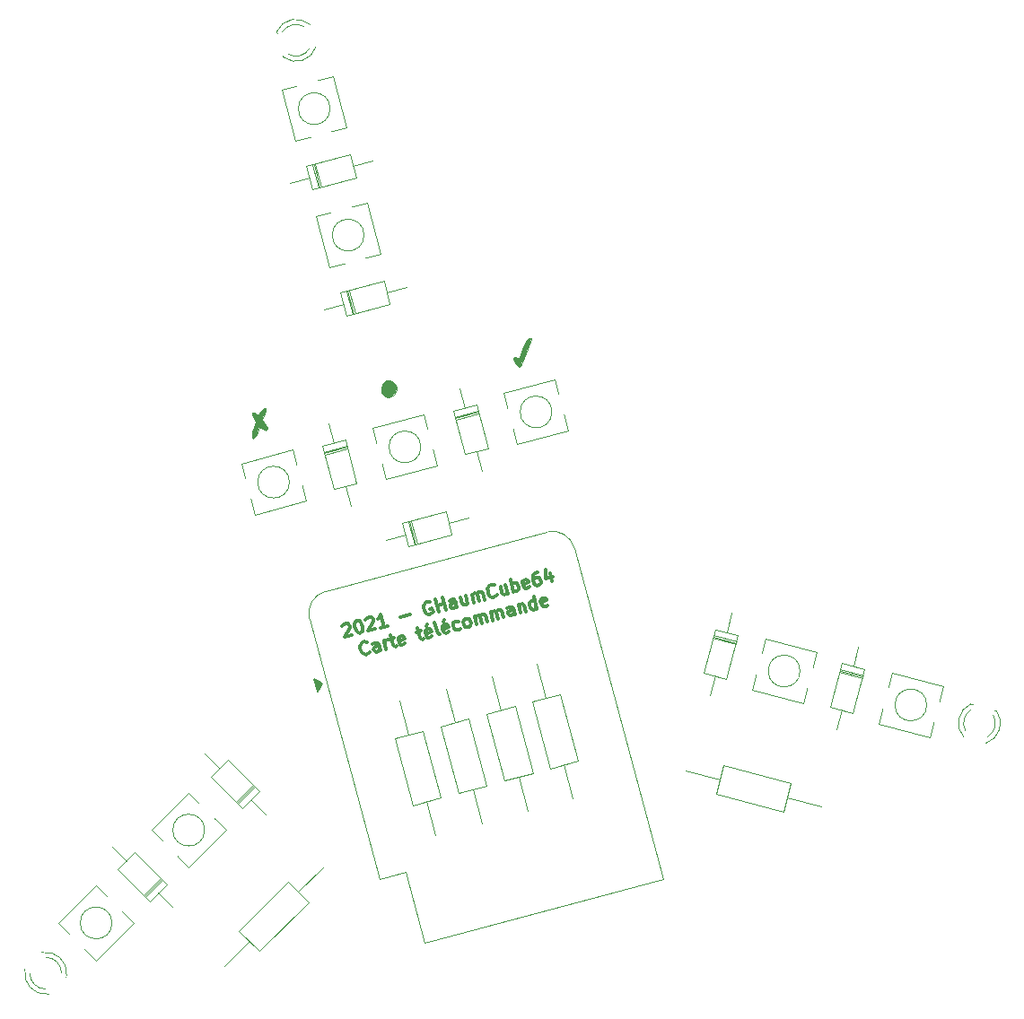
<source format=gbr>
G04 #@! TF.GenerationSoftware,KiCad,Pcbnew,5.1.10*
G04 #@! TF.CreationDate,2021-09-12T20:50:09+02:00*
G04 #@! TF.ProjectId,remote_board,72656d6f-7465-45f6-926f-6172642e6b69,rev?*
G04 #@! TF.SameCoordinates,Original*
G04 #@! TF.FileFunction,Legend,Top*
G04 #@! TF.FilePolarity,Positive*
%FSLAX46Y46*%
G04 Gerber Fmt 4.6, Leading zero omitted, Abs format (unit mm)*
G04 Created by KiCad (PCBNEW 5.1.10) date 2021-09-12 20:50:09*
%MOMM*%
%LPD*%
G01*
G04 APERTURE LIST*
%ADD10C,0.300000*%
%ADD11C,0.010000*%
%ADD12C,0.120000*%
%ADD13C,0.150000*%
%ADD14C,0.100000*%
%ADD15C,2.000000*%
%ADD16C,1.600000*%
%ADD17C,5.300000*%
%ADD18C,1.800000*%
G04 APERTURE END LIST*
D10*
X134796892Y-111837977D02*
X134837298Y-111767992D01*
X134932900Y-111683217D01*
X135208879Y-111609268D01*
X135334060Y-111634885D01*
X135404046Y-111675291D01*
X135488821Y-111770893D01*
X135518400Y-111881284D01*
X135507573Y-112061661D01*
X135022700Y-112901486D01*
X135740245Y-112709221D01*
X136147207Y-111357844D02*
X136257598Y-111328265D01*
X136382780Y-111353881D01*
X136452765Y-111394287D01*
X136537540Y-111489889D01*
X136651895Y-111695883D01*
X136725843Y-111971861D01*
X136729806Y-112207434D01*
X136704189Y-112332615D01*
X136663783Y-112402601D01*
X136568181Y-112487376D01*
X136457790Y-112516955D01*
X136332609Y-112491339D01*
X136262623Y-112450933D01*
X136177848Y-112355331D01*
X136063494Y-112149337D01*
X135989545Y-111873359D01*
X135985582Y-111637786D01*
X136011199Y-111512605D01*
X136051605Y-111442619D01*
X136147207Y-111357844D01*
X137004723Y-111246391D02*
X137045129Y-111176405D01*
X137140731Y-111091630D01*
X137416709Y-111017682D01*
X137541891Y-111043298D01*
X137611876Y-111083705D01*
X137696651Y-111179306D01*
X137726230Y-111289698D01*
X137715404Y-111470075D01*
X137230530Y-112309900D01*
X137948075Y-112117634D01*
X139051991Y-111821841D02*
X138389641Y-111999317D01*
X138720816Y-111910579D02*
X138410233Y-110751468D01*
X138344211Y-110946635D01*
X138263398Y-111086606D01*
X138167797Y-111171381D01*
X140313567Y-111010534D02*
X141196699Y-110773899D01*
X143061467Y-109564332D02*
X142936286Y-109538716D01*
X142770698Y-109583085D01*
X142619901Y-109682650D01*
X142539088Y-109822621D01*
X142513472Y-109947802D01*
X142517435Y-110183374D01*
X142561804Y-110348962D01*
X142676158Y-110554955D01*
X142760933Y-110650557D01*
X142900904Y-110731369D01*
X143081281Y-110742196D01*
X143191673Y-110712617D01*
X143342470Y-110613052D01*
X143382876Y-110543067D01*
X143279349Y-110156696D01*
X143058566Y-110215855D01*
X143909218Y-110520351D02*
X143598635Y-109361240D01*
X143746531Y-109913198D02*
X144408880Y-109735722D01*
X144571567Y-110342875D02*
X144260984Y-109183764D01*
X145620286Y-110061872D02*
X145457600Y-109454718D01*
X145372825Y-109359116D01*
X145247644Y-109333500D01*
X145026861Y-109392659D01*
X144931259Y-109477434D01*
X145605497Y-110006676D02*
X145509895Y-110091451D01*
X145233916Y-110165399D01*
X145108735Y-110139783D01*
X145023960Y-110044181D01*
X144994380Y-109933789D01*
X145019997Y-109808608D01*
X145115599Y-109723833D01*
X145391577Y-109649885D01*
X145487179Y-109565110D01*
X146461950Y-109008127D02*
X146669006Y-109780868D01*
X145965189Y-109141234D02*
X146127875Y-109748388D01*
X146212650Y-109843990D01*
X146337831Y-109869606D01*
X146503418Y-109825237D01*
X146599020Y-109740462D01*
X146639426Y-109670477D01*
X147220963Y-109632972D02*
X147013908Y-108860231D01*
X147043487Y-108970622D02*
X147083893Y-108900637D01*
X147179495Y-108815862D01*
X147345083Y-108771493D01*
X147470264Y-108797109D01*
X147555039Y-108892711D01*
X147717725Y-109499865D01*
X147555039Y-108892711D02*
X147580655Y-108767530D01*
X147676257Y-108682755D01*
X147841844Y-108638386D01*
X147967026Y-108664002D01*
X148051801Y-108759604D01*
X148214487Y-109366758D01*
X149399214Y-108930994D02*
X149358808Y-109000979D01*
X149208011Y-109100544D01*
X149097619Y-109130123D01*
X148917242Y-109119296D01*
X148777271Y-109038484D01*
X148692496Y-108942882D01*
X148578142Y-108736889D01*
X148533773Y-108571302D01*
X148529810Y-108335729D01*
X148555426Y-108210548D01*
X148636239Y-108070577D01*
X148787036Y-107971012D01*
X148897428Y-107941433D01*
X149077805Y-107952260D01*
X149147790Y-107992666D01*
X150215262Y-108002431D02*
X150422317Y-108775171D01*
X149718500Y-108135538D02*
X149881187Y-108742691D01*
X149965962Y-108838293D01*
X150091143Y-108863909D01*
X150256730Y-108819540D01*
X150352332Y-108734765D01*
X150392738Y-108664780D01*
X150974275Y-108627275D02*
X150663692Y-107468164D01*
X150782009Y-107909730D02*
X150877611Y-107824955D01*
X151098394Y-107765796D01*
X151223576Y-107791412D01*
X151293561Y-107831819D01*
X151378336Y-107927420D01*
X151467074Y-108258595D01*
X151441458Y-108383776D01*
X151401051Y-108453762D01*
X151305450Y-108538537D01*
X151084667Y-108597695D01*
X150959485Y-108572079D01*
X152449771Y-108172758D02*
X152354169Y-108257533D01*
X152133386Y-108316692D01*
X152008205Y-108291075D01*
X151923430Y-108195474D01*
X151805112Y-107753907D01*
X151830729Y-107628726D01*
X151926331Y-107543951D01*
X152147114Y-107484793D01*
X152272295Y-107510409D01*
X152357070Y-107606011D01*
X152386649Y-107716402D01*
X151864271Y-107974690D01*
X153202697Y-106787839D02*
X152981914Y-106846998D01*
X152886312Y-106931773D01*
X152845906Y-107001758D01*
X152779884Y-107196925D01*
X152783847Y-107432498D01*
X152902164Y-107874064D01*
X152986939Y-107969666D01*
X153056924Y-108010072D01*
X153182105Y-108035688D01*
X153402889Y-107976530D01*
X153498490Y-107891755D01*
X153538897Y-107821769D01*
X153564513Y-107696588D01*
X153490565Y-107420609D01*
X153405790Y-107325007D01*
X153335804Y-107284601D01*
X153210623Y-107258985D01*
X152989840Y-107318143D01*
X152894238Y-107402918D01*
X152853832Y-107472904D01*
X152828216Y-107598085D01*
X154410140Y-106878416D02*
X154617195Y-107651157D01*
X154015844Y-106510799D02*
X153961710Y-107412683D01*
X154679255Y-107220418D01*
X137358101Y-114331480D02*
X137317695Y-114401465D01*
X137166897Y-114501030D01*
X137056506Y-114530610D01*
X136876129Y-114519783D01*
X136736158Y-114438971D01*
X136651383Y-114343369D01*
X136537028Y-114137375D01*
X136492659Y-113971788D01*
X136488696Y-113736215D01*
X136514313Y-113611034D01*
X136595125Y-113471063D01*
X136745923Y-113371499D01*
X136856314Y-113341919D01*
X137036691Y-113352746D01*
X137106677Y-113393152D01*
X138381204Y-114175658D02*
X138218518Y-113568504D01*
X138133742Y-113472902D01*
X138008561Y-113447286D01*
X137787778Y-113506445D01*
X137692176Y-113591220D01*
X138366414Y-114120462D02*
X138270812Y-114205237D01*
X137994833Y-114279185D01*
X137869652Y-114253569D01*
X137784877Y-114157967D01*
X137755298Y-114047575D01*
X137780914Y-113922394D01*
X137876516Y-113837619D01*
X138152495Y-113763671D01*
X138248097Y-113678896D01*
X138933161Y-114027761D02*
X138726106Y-113255020D01*
X138785265Y-113475803D02*
X138810881Y-113350622D01*
X138851287Y-113280637D01*
X138946889Y-113195862D01*
X139057281Y-113166282D01*
X139278064Y-113107124D02*
X139719630Y-112988807D01*
X139340123Y-112676385D02*
X139606337Y-113669908D01*
X139691112Y-113765510D01*
X139816294Y-113791127D01*
X139926685Y-113761547D01*
X140739832Y-113484507D02*
X140644230Y-113569282D01*
X140423447Y-113628440D01*
X140298266Y-113602824D01*
X140213491Y-113507222D01*
X140095173Y-113065656D01*
X140120790Y-112940475D01*
X140216392Y-112855700D01*
X140437175Y-112796541D01*
X140562356Y-112822157D01*
X140647131Y-112917759D01*
X140676710Y-113028151D01*
X140154332Y-113286439D01*
X141817069Y-112426799D02*
X142258635Y-112308482D01*
X141879128Y-111996060D02*
X142145342Y-112989584D01*
X142230117Y-113085186D01*
X142355299Y-113110802D01*
X142465690Y-113081223D01*
X143278837Y-112804182D02*
X143183235Y-112888957D01*
X142962452Y-112948116D01*
X142837271Y-112922499D01*
X142752496Y-112826898D01*
X142634178Y-112385332D01*
X142659795Y-112260150D01*
X142755397Y-112175375D01*
X142976180Y-112116217D01*
X143101361Y-112141833D01*
X143186136Y-112237435D01*
X143215715Y-112347826D01*
X142693337Y-112606115D01*
X142857863Y-111674651D02*
X142736644Y-111884607D01*
X144011171Y-112667112D02*
X143885990Y-112641496D01*
X143801215Y-112545894D01*
X143535001Y-111552370D01*
X144879514Y-112375282D02*
X144783912Y-112460057D01*
X144563129Y-112519216D01*
X144437948Y-112493599D01*
X144353173Y-112397997D01*
X144234856Y-111956431D01*
X144260472Y-111831250D01*
X144356074Y-111746475D01*
X144576857Y-111687316D01*
X144702038Y-111712933D01*
X144786813Y-111808535D01*
X144816392Y-111918926D01*
X144294014Y-112177214D01*
X144458540Y-111245750D02*
X144337321Y-111455707D01*
X145928233Y-112094279D02*
X145832632Y-112179054D01*
X145611849Y-112238212D01*
X145486667Y-112212596D01*
X145416682Y-112172190D01*
X145331907Y-112076588D01*
X145243169Y-111745413D01*
X145268785Y-111620232D01*
X145309191Y-111550247D01*
X145404793Y-111465472D01*
X145625576Y-111406313D01*
X145750758Y-111431929D01*
X146605372Y-111971998D02*
X146480191Y-111946382D01*
X146410206Y-111905976D01*
X146325431Y-111810374D01*
X146236693Y-111479199D01*
X146262309Y-111354018D01*
X146302715Y-111284033D01*
X146398317Y-111199258D01*
X146563904Y-111154889D01*
X146689085Y-111180505D01*
X146759071Y-111220911D01*
X146843846Y-111316513D01*
X146932584Y-111647688D01*
X146906968Y-111772869D01*
X146866561Y-111842854D01*
X146770960Y-111927629D01*
X146605372Y-111971998D01*
X147488504Y-111735364D02*
X147281449Y-110962623D01*
X147311029Y-111073015D02*
X147351435Y-111003029D01*
X147447036Y-110918254D01*
X147612624Y-110873885D01*
X147737805Y-110899502D01*
X147822580Y-110995104D01*
X147985266Y-111602257D01*
X147822580Y-110995104D02*
X147848196Y-110869922D01*
X147943798Y-110785147D01*
X148109386Y-110740778D01*
X148234567Y-110766395D01*
X148319342Y-110861997D01*
X148482028Y-111469150D01*
X149033986Y-111321253D02*
X148826931Y-110548513D01*
X148856510Y-110658904D02*
X148896916Y-110588919D01*
X148992518Y-110504144D01*
X149158105Y-110459775D01*
X149283286Y-110485391D01*
X149368061Y-110580993D01*
X149530748Y-111188146D01*
X149368061Y-110580993D02*
X149393678Y-110455812D01*
X149489280Y-110371037D01*
X149654867Y-110326668D01*
X149780048Y-110352284D01*
X149864823Y-110447886D01*
X150027509Y-111055039D01*
X151076229Y-110774036D02*
X150913543Y-110166883D01*
X150828768Y-110071281D01*
X150703586Y-110045664D01*
X150482803Y-110104823D01*
X150387202Y-110189598D01*
X151061439Y-110718840D02*
X150965837Y-110803615D01*
X150689859Y-110877564D01*
X150564677Y-110851947D01*
X150479902Y-110756345D01*
X150450323Y-110645954D01*
X150475939Y-110520773D01*
X150571541Y-110435997D01*
X150847520Y-110362049D01*
X150943122Y-110277274D01*
X151421131Y-109853399D02*
X151628187Y-110626139D01*
X151450711Y-109963790D02*
X151491117Y-109893805D01*
X151586719Y-109809030D01*
X151752306Y-109764661D01*
X151877487Y-109790277D01*
X151962262Y-109885879D01*
X152124948Y-110493032D01*
X153173668Y-110212029D02*
X152863085Y-109052918D01*
X153158878Y-110156833D02*
X153063276Y-110241608D01*
X152842493Y-110300767D01*
X152717312Y-110275150D01*
X152647327Y-110234744D01*
X152562552Y-110139142D01*
X152473814Y-109807968D01*
X152499430Y-109682787D01*
X152539836Y-109612801D01*
X152635438Y-109528026D01*
X152856221Y-109468868D01*
X152981402Y-109494484D01*
X154152402Y-109890619D02*
X154056800Y-109975394D01*
X153836017Y-110034553D01*
X153710836Y-110008937D01*
X153626061Y-109913335D01*
X153507743Y-109471769D01*
X153533360Y-109346587D01*
X153628962Y-109261812D01*
X153849745Y-109202654D01*
X153974926Y-109228270D01*
X154059701Y-109323872D01*
X154089280Y-109434263D01*
X153566902Y-109692552D01*
D11*
G36*
X127568263Y-91293424D02*
G01*
X127573728Y-91460971D01*
X127490266Y-91758142D01*
X127424471Y-91924713D01*
X127229718Y-92385267D01*
X127500645Y-92727011D01*
X127674185Y-92975797D01*
X127736942Y-93156834D01*
X127730377Y-93245010D01*
X127693340Y-93346557D01*
X127619759Y-93363822D01*
X127465448Y-93295672D01*
X127355268Y-93235372D01*
X127021355Y-93049479D01*
X126815168Y-93567062D01*
X126655035Y-93913227D01*
X126511161Y-94115307D01*
X126391014Y-94167059D01*
X126302066Y-94062241D01*
X126285307Y-94009826D01*
X126286334Y-93833638D01*
X126339290Y-93555283D01*
X126433166Y-93229796D01*
X126452715Y-93172847D01*
X126675128Y-92541150D01*
X126469318Y-92240953D01*
X126318030Y-91971045D01*
X126272483Y-91777787D01*
X126324693Y-91680860D01*
X126466674Y-91699946D01*
X126642436Y-91814312D01*
X126860869Y-91990745D01*
X127106734Y-91646077D01*
X127325925Y-91378225D01*
X127482715Y-91263259D01*
X127568263Y-91293424D01*
G37*
X127568263Y-91293424D02*
X127573728Y-91460971D01*
X127490266Y-91758142D01*
X127424471Y-91924713D01*
X127229718Y-92385267D01*
X127500645Y-92727011D01*
X127674185Y-92975797D01*
X127736942Y-93156834D01*
X127730377Y-93245010D01*
X127693340Y-93346557D01*
X127619759Y-93363822D01*
X127465448Y-93295672D01*
X127355268Y-93235372D01*
X127021355Y-93049479D01*
X126815168Y-93567062D01*
X126655035Y-93913227D01*
X126511161Y-94115307D01*
X126391014Y-94167059D01*
X126302066Y-94062241D01*
X126285307Y-94009826D01*
X126286334Y-93833638D01*
X126339290Y-93555283D01*
X126433166Y-93229796D01*
X126452715Y-93172847D01*
X126675128Y-92541150D01*
X126469318Y-92240953D01*
X126318030Y-91971045D01*
X126272483Y-91777787D01*
X126324693Y-91680860D01*
X126466674Y-91699946D01*
X126642436Y-91814312D01*
X126860869Y-91990745D01*
X127106734Y-91646077D01*
X127325925Y-91378225D01*
X127482715Y-91263259D01*
X127568263Y-91293424D01*
G36*
X152587619Y-84656397D02*
G01*
X152621933Y-84683905D01*
X152599668Y-84789382D01*
X152526513Y-85017831D01*
X152415306Y-85335340D01*
X152278883Y-85707996D01*
X152130084Y-86101889D01*
X151981743Y-86483105D01*
X151846701Y-86817733D01*
X151737792Y-87071860D01*
X151667855Y-87211574D01*
X151661847Y-87220148D01*
X151529391Y-87352399D01*
X151402797Y-87348807D01*
X151255435Y-87243803D01*
X151115456Y-87068472D01*
X151015021Y-86841443D01*
X150974921Y-86626588D01*
X151010906Y-86492706D01*
X151133026Y-86466981D01*
X151262865Y-86507675D01*
X151418246Y-86574778D01*
X151485603Y-86588059D01*
X151532430Y-86508189D01*
X151613155Y-86310260D01*
X151708078Y-86043567D01*
X151887994Y-85560297D01*
X152072572Y-85156855D01*
X152248377Y-84858110D01*
X152401971Y-84688935D01*
X152453750Y-84663230D01*
X152587619Y-84656397D01*
G37*
X152587619Y-84656397D02*
X152621933Y-84683905D01*
X152599668Y-84789382D01*
X152526513Y-85017831D01*
X152415306Y-85335340D01*
X152278883Y-85707996D01*
X152130084Y-86101889D01*
X151981743Y-86483105D01*
X151846701Y-86817733D01*
X151737792Y-87071860D01*
X151667855Y-87211574D01*
X151661847Y-87220148D01*
X151529391Y-87352399D01*
X151402797Y-87348807D01*
X151255435Y-87243803D01*
X151115456Y-87068472D01*
X151015021Y-86841443D01*
X150974921Y-86626588D01*
X151010906Y-86492706D01*
X151133026Y-86466981D01*
X151262865Y-86507675D01*
X151418246Y-86574778D01*
X151485603Y-86588059D01*
X151532430Y-86508189D01*
X151613155Y-86310260D01*
X151708078Y-86043567D01*
X151887994Y-85560297D01*
X152072572Y-85156855D01*
X152248377Y-84858110D01*
X152401971Y-84688935D01*
X152453750Y-84663230D01*
X152587619Y-84656397D01*
G36*
X139188498Y-88665007D02*
G01*
X139294823Y-88685559D01*
X139640483Y-88827978D01*
X139866187Y-89082588D01*
X139956395Y-89430771D01*
X139957373Y-89479362D01*
X139881790Y-89783152D01*
X139686803Y-90038997D01*
X139416503Y-90208734D01*
X139114984Y-90254198D01*
X139069465Y-90247881D01*
X138878462Y-90162891D01*
X138675031Y-90002987D01*
X138654197Y-89981618D01*
X138513786Y-89811028D01*
X138462039Y-89652516D01*
X138471136Y-89418409D01*
X138472190Y-89408005D01*
X138572679Y-89066111D01*
X138729055Y-88840739D01*
X138880514Y-88700412D01*
X139007318Y-88649060D01*
X139188498Y-88665007D01*
G37*
X139188498Y-88665007D02*
X139294823Y-88685559D01*
X139640483Y-88827978D01*
X139866187Y-89082588D01*
X139956395Y-89430771D01*
X139957373Y-89479362D01*
X139881790Y-89783152D01*
X139686803Y-90038997D01*
X139416503Y-90208734D01*
X139114984Y-90254198D01*
X139069465Y-90247881D01*
X138878462Y-90162891D01*
X138675031Y-90002987D01*
X138654197Y-89981618D01*
X138513786Y-89811028D01*
X138462039Y-89652516D01*
X138471136Y-89418409D01*
X138472190Y-89408005D01*
X138572679Y-89066111D01*
X138729055Y-88840739D01*
X138880514Y-88700412D01*
X139007318Y-88649060D01*
X139188498Y-88665007D01*
D12*
X140465863Y-102165059D02*
X141045618Y-104328733D01*
X141045618Y-104328733D02*
X145141143Y-103231340D01*
X145141143Y-103231340D02*
X144561389Y-101067666D01*
X144561389Y-101067666D02*
X140465863Y-102165059D01*
X138901163Y-103743828D02*
X140755740Y-103246896D01*
X146705844Y-101652570D02*
X144851266Y-102149503D01*
X141161330Y-101978709D02*
X141741084Y-104142383D01*
X141277241Y-101947651D02*
X141856995Y-104111325D01*
X141045419Y-102009767D02*
X141625173Y-104173441D01*
X134623863Y-80397259D02*
X135203618Y-82560933D01*
X135203618Y-82560933D02*
X139299143Y-81463540D01*
X139299143Y-81463540D02*
X138719389Y-79299866D01*
X138719389Y-79299866D02*
X134623863Y-80397259D01*
X133059163Y-81976028D02*
X134913740Y-81479096D01*
X140863844Y-79884770D02*
X139009266Y-80381703D01*
X135319330Y-80210909D02*
X135899084Y-82374583D01*
X135435241Y-80179851D02*
X136014995Y-82343525D01*
X135203419Y-80241967D02*
X135783173Y-82405641D01*
X108046666Y-139877800D02*
X111582200Y-143413334D01*
X111582200Y-143413334D02*
X115117734Y-139877800D01*
X115117734Y-139877800D02*
X111582200Y-136342266D01*
X111582200Y-136342266D02*
X108046666Y-139877800D01*
X113082200Y-139877800D02*
G75*
G03*
X113082200Y-139877800I-1500000J0D01*
G01*
X150023938Y-89875433D02*
X151318033Y-94705062D01*
X151318033Y-94705062D02*
X156147662Y-93410967D01*
X156147662Y-93410967D02*
X154853567Y-88581338D01*
X154853567Y-88581338D02*
X150023938Y-89875433D01*
X154585800Y-91643200D02*
G75*
G03*
X154585800Y-91643200I-1500000J0D01*
G01*
X137654138Y-93177433D02*
X138948233Y-98007062D01*
X138948233Y-98007062D02*
X143777862Y-96712967D01*
X143777862Y-96712967D02*
X142483767Y-91883338D01*
X142483767Y-91883338D02*
X137654138Y-93177433D01*
X142216000Y-94945200D02*
G75*
G03*
X142216000Y-94945200I-1500000J0D01*
G01*
X131382662Y-100040367D02*
X130088567Y-95210738D01*
X130088567Y-95210738D02*
X125258938Y-96504833D01*
X125258938Y-96504833D02*
X126553033Y-101334462D01*
X126553033Y-101334462D02*
X131382662Y-100040367D01*
X129820800Y-98272600D02*
G75*
G03*
X129820800Y-98272600I-1500000J0D01*
G01*
X137124367Y-71893538D02*
X132294738Y-73187633D01*
X132294738Y-73187633D02*
X133588833Y-78017262D01*
X133588833Y-78017262D02*
X138418462Y-76723167D01*
X138418462Y-76723167D02*
X137124367Y-71893538D01*
X136856600Y-74955400D02*
G75*
G03*
X136856600Y-74955400I-1500000J0D01*
G01*
X178262019Y-119162262D02*
X179556114Y-114332633D01*
X179556114Y-114332633D02*
X174726485Y-113038538D01*
X174726485Y-113038538D02*
X173432390Y-117868167D01*
X173432390Y-117868167D02*
X178262019Y-119162262D01*
X177994252Y-116100400D02*
G75*
G03*
X177994252Y-116100400I-1500000J0D01*
G01*
X123855334Y-131114800D02*
X120319800Y-127579266D01*
X120319800Y-127579266D02*
X116784266Y-131114800D01*
X116784266Y-131114800D02*
X120319800Y-134650334D01*
X120319800Y-134650334D02*
X123855334Y-131114800D01*
X121819800Y-131114800D02*
G75*
G03*
X121819800Y-131114800I-1500000J0D01*
G01*
X133923967Y-59955538D02*
X129094338Y-61249633D01*
X129094338Y-61249633D02*
X130388433Y-66079262D01*
X130388433Y-66079262D02*
X135218062Y-64785167D01*
X135218062Y-64785167D02*
X133923967Y-59955538D01*
X133656200Y-63017400D02*
G75*
G03*
X133656200Y-63017400I-1500000J0D01*
G01*
X190210367Y-122365662D02*
X191504462Y-117536033D01*
X191504462Y-117536033D02*
X186674833Y-116241938D01*
X186674833Y-116241938D02*
X185380738Y-121071567D01*
X185380738Y-121071567D02*
X190210367Y-122365662D01*
X189942600Y-119303800D02*
G75*
G03*
X189942600Y-119303800I-1500000J0D01*
G01*
X144559170Y-117754253D02*
X145415861Y-120951468D01*
X147965228Y-130465837D02*
X147108537Y-127268623D01*
X144092542Y-121306050D02*
X145785219Y-127623205D01*
X146739179Y-120596886D02*
X144092542Y-121306050D01*
X148431856Y-126914041D02*
X146739179Y-120596886D01*
X145785219Y-127623205D02*
X148431856Y-126914041D01*
X148902570Y-116585853D02*
X149759261Y-119783068D01*
X152308628Y-129297437D02*
X151451937Y-126100223D01*
X148435942Y-120137650D02*
X150128619Y-126454805D01*
X151082579Y-119428486D02*
X148435942Y-120137650D01*
X152775256Y-125745641D02*
X151082579Y-119428486D01*
X150128619Y-126454805D02*
X152775256Y-125745641D01*
X140215770Y-118897253D02*
X141072461Y-122094468D01*
X143621828Y-131608837D02*
X142765137Y-128411623D01*
X139749142Y-122449050D02*
X141441819Y-128766205D01*
X142395779Y-121739886D02*
X139749142Y-122449050D01*
X144088456Y-128057041D02*
X142395779Y-121739886D01*
X141441819Y-128766205D02*
X144088456Y-128057041D01*
X167233453Y-125483770D02*
X170430668Y-126340461D01*
X179945037Y-128889828D02*
X176747823Y-128033137D01*
X170076086Y-127663779D02*
X176393241Y-129356456D01*
X170785250Y-125017142D02*
X170076086Y-127663779D01*
X177102405Y-126709819D02*
X170785250Y-125017142D01*
X176393241Y-129356456D02*
X177102405Y-126709819D01*
X153169770Y-115417453D02*
X154026461Y-118614668D01*
X156575828Y-128129037D02*
X155719137Y-124931823D01*
X152703142Y-118969250D02*
X154395819Y-125286405D01*
X155349779Y-118260086D02*
X152703142Y-118969250D01*
X157042456Y-124577241D02*
X155349779Y-118260086D01*
X154395819Y-125286405D02*
X157042456Y-124577241D01*
X132976916Y-134612084D02*
X130636393Y-136952607D01*
X123671391Y-143917609D02*
X126011914Y-141577086D01*
X129667657Y-135983871D02*
X125043178Y-140608349D01*
X131605129Y-137921343D02*
X129667657Y-135983871D01*
X126980651Y-142545822D02*
X131605129Y-137921343D01*
X125043178Y-140608349D02*
X126980651Y-142545822D01*
X147440741Y-90961263D02*
X145277067Y-91541018D01*
X145277067Y-91541018D02*
X146374460Y-95636543D01*
X146374460Y-95636543D02*
X148538134Y-95056789D01*
X148538134Y-95056789D02*
X147440741Y-90961263D01*
X145861972Y-89396563D02*
X146358904Y-91251140D01*
X147953230Y-97201244D02*
X147456297Y-95346666D01*
X147627091Y-91656730D02*
X145463417Y-92236484D01*
X147658149Y-91772641D02*
X145494475Y-92352395D01*
X147596033Y-91540819D02*
X145432359Y-92120573D01*
X135070941Y-94263263D02*
X132907267Y-94843018D01*
X132907267Y-94843018D02*
X134004660Y-98938543D01*
X134004660Y-98938543D02*
X136168334Y-98358789D01*
X136168334Y-98358789D02*
X135070941Y-94263263D01*
X133492172Y-92698563D02*
X133989104Y-94553140D01*
X135583430Y-100503244D02*
X135086497Y-98648666D01*
X135257291Y-94958730D02*
X133093617Y-95538484D01*
X135288349Y-95074641D02*
X133124675Y-95654395D01*
X135226233Y-94842819D02*
X133062559Y-95422573D01*
X172146733Y-112750018D02*
X169983059Y-112170263D01*
X169983059Y-112170263D02*
X168885666Y-116265789D01*
X168885666Y-116265789D02*
X171049340Y-116845543D01*
X171049340Y-116845543D02*
X172146733Y-112750018D01*
X171561828Y-110605563D02*
X171064896Y-112460140D01*
X169470570Y-118410244D02*
X169967503Y-116555666D01*
X171960383Y-113445484D02*
X169796709Y-112865730D01*
X171929325Y-113561395D02*
X169765651Y-112981641D01*
X171991441Y-113329573D02*
X169827767Y-112749819D01*
X125410404Y-129051724D02*
X126994324Y-127467804D01*
X126994324Y-127467804D02*
X123996191Y-124469672D01*
X123996191Y-124469672D02*
X122412272Y-126053591D01*
X122412272Y-126053591D02*
X125410404Y-129051724D01*
X127560009Y-129617409D02*
X126202364Y-128259764D01*
X121846586Y-123903986D02*
X123204231Y-125261631D01*
X124901287Y-128542607D02*
X126485207Y-126958687D01*
X124816435Y-128457754D02*
X126400354Y-126873835D01*
X124986140Y-128627459D02*
X126570059Y-127043540D01*
X131423463Y-68459259D02*
X132003218Y-70622933D01*
X132003218Y-70622933D02*
X136098743Y-69525540D01*
X136098743Y-69525540D02*
X135518989Y-67361866D01*
X135518989Y-67361866D02*
X131423463Y-68459259D01*
X129858763Y-70038028D02*
X131713340Y-69541096D01*
X137663444Y-67946770D02*
X135808866Y-68443703D01*
X132118930Y-68272909D02*
X132698684Y-70436583D01*
X132234841Y-68241851D02*
X132814595Y-70405525D01*
X132003019Y-68303967D02*
X132582773Y-70467641D01*
X184084733Y-115950418D02*
X181921059Y-115370663D01*
X181921059Y-115370663D02*
X180823666Y-119466189D01*
X180823666Y-119466189D02*
X182987340Y-120045943D01*
X182987340Y-120045943D02*
X184084733Y-115950418D01*
X183499828Y-113805963D02*
X183002896Y-115660540D01*
X181408570Y-121610644D02*
X181905503Y-119756066D01*
X183898383Y-116645884D02*
X181734709Y-116066130D01*
X183867325Y-116761795D02*
X181703651Y-116182041D01*
X183929441Y-116529973D02*
X181765767Y-115950219D01*
X116647404Y-137814724D02*
X118231324Y-136230804D01*
X118231324Y-136230804D02*
X115233191Y-133232672D01*
X115233191Y-133232672D02*
X113649272Y-134816591D01*
X113649272Y-134816591D02*
X116647404Y-137814724D01*
X118797009Y-138380409D02*
X117439364Y-137022764D01*
X113083586Y-132666986D02*
X114441231Y-134024631D01*
X116138287Y-137305607D02*
X117722207Y-135721687D01*
X116053435Y-137220754D02*
X117637354Y-135636835D01*
X116223140Y-137390459D02*
X117807059Y-135806540D01*
X108690136Y-144957986D02*
X108800445Y-144847677D01*
X107052477Y-146595645D02*
X107162786Y-146485336D01*
X104878162Y-144198746D02*
G75*
G03*
X107052819Y-146595303I1945212J-419828D01*
G01*
X106403546Y-142673362D02*
G75*
G02*
X108800103Y-144848019I419828J-1945212D01*
G01*
X105323624Y-144645945D02*
G75*
G03*
X106795770Y-146118320I1499750J27371D01*
G01*
X106850745Y-143118824D02*
G75*
G02*
X108323120Y-144590970I-27371J-1499750D01*
G01*
X196515742Y-119836530D02*
X196365057Y-119796154D01*
X194278658Y-119237105D02*
X194127973Y-119196729D01*
X193605592Y-121749647D02*
G75*
G02*
X194144320Y-119738458I1312508J726173D01*
G01*
X195691679Y-122308610D02*
G75*
G03*
X196230720Y-120297507I-773579J1285136D01*
G01*
X193443412Y-122359661D02*
G75*
G02*
X194128441Y-119196854I1474688J1336187D01*
G01*
X195527123Y-122917989D02*
G75*
G03*
X196515274Y-119836405I-609023J1894515D01*
G01*
X128609781Y-55777173D02*
X128650157Y-55927858D01*
X129209206Y-58014257D02*
X129249582Y-58164942D01*
X131721662Y-57340879D02*
G75*
G02*
X129710559Y-57879920I-1285136J773579D01*
G01*
X131162699Y-55254792D02*
G75*
G03*
X129151510Y-55793520I-726173J-1312508D01*
G01*
X132331041Y-57176323D02*
G75*
G02*
X129249457Y-58164474I-1894515J609023D01*
G01*
X131772713Y-55092612D02*
G75*
G03*
X128609906Y-55777641I-1336187J-1474688D01*
G01*
X142537316Y-141750011D02*
X165062707Y-135714351D01*
X138298013Y-135742523D02*
X131716245Y-111179029D01*
X165062707Y-135714351D02*
X156695087Y-104485969D01*
X154096040Y-102977243D02*
X133222382Y-108570323D01*
D13*
G36*
X132154598Y-116833237D02*
G01*
X132483298Y-118059963D01*
X132932311Y-117282250D01*
X132154598Y-116833237D01*
G37*
X132154598Y-116833237D02*
X132483298Y-118059963D01*
X132932311Y-117282250D01*
X132154598Y-116833237D01*
D12*
X138298013Y-135742523D02*
X140751465Y-135085123D01*
X140751465Y-135085123D02*
X142537316Y-141750011D01*
X154086381Y-102979831D02*
G75*
G02*
X156695087Y-104485969I551284J-2057422D01*
G01*
X131716245Y-111179030D02*
G75*
G02*
X133222382Y-108570323I2057422J551285D01*
G01*
%LPC*%
D11*
G36*
X112261804Y-114005698D02*
G01*
X112875378Y-111715810D01*
X113933506Y-111999334D01*
X113692865Y-112989266D01*
X113452225Y-113979199D01*
X115984115Y-113471725D01*
X116617555Y-113345874D01*
X117197911Y-113232695D01*
X117704277Y-113136098D01*
X118115745Y-113059994D01*
X118411406Y-113008289D01*
X118570354Y-112984894D01*
X118590922Y-112984325D01*
X118596562Y-113068853D01*
X118561024Y-113289885D01*
X118489714Y-113621122D01*
X118388036Y-114036270D01*
X118326182Y-114272015D01*
X117986525Y-115539633D01*
X120031067Y-116087466D01*
X119724281Y-117232410D01*
X117679738Y-116684576D01*
X117559215Y-117134376D01*
X117481469Y-117377577D01*
X117407414Y-117532843D01*
X117367306Y-117565047D01*
X117264738Y-117504533D01*
X117082290Y-117371389D01*
X116962358Y-117277134D01*
X116628796Y-117008348D01*
X116800439Y-116335301D01*
X116905285Y-115898205D01*
X117014394Y-115402326D01*
X117103097Y-114960420D01*
X117234112Y-114258588D01*
X115558899Y-114622284D01*
X115045386Y-114735094D01*
X114586600Y-114838394D01*
X114208973Y-114926027D01*
X113938935Y-114991839D01*
X113802918Y-115029672D01*
X113794261Y-115033266D01*
X113793958Y-115085965D01*
X113883541Y-115202986D01*
X114070085Y-115390741D01*
X114360670Y-115655645D01*
X114762371Y-116004110D01*
X115282267Y-116442551D01*
X115927435Y-116977381D01*
X116060017Y-117086521D01*
X117299002Y-118105504D01*
X117002234Y-119213057D01*
X116057691Y-118403707D01*
X115632617Y-118039165D01*
X115135512Y-117612364D01*
X114622599Y-117171603D01*
X114150107Y-116765182D01*
X114061872Y-116689227D01*
X113707535Y-116385527D01*
X113399199Y-116123865D01*
X113159093Y-115922894D01*
X113009443Y-115801270D01*
X112970560Y-115773370D01*
X112934605Y-115845740D01*
X112866064Y-116050803D01*
X112774697Y-116357302D01*
X112670261Y-116733976D01*
X112667567Y-116744024D01*
X112404606Y-117725404D01*
X111341444Y-117440531D01*
X111955017Y-115150642D01*
X110074038Y-114646635D01*
X110380825Y-113501691D01*
X112261804Y-114005698D01*
G37*
X112261804Y-114005698D02*
X112875378Y-111715810D01*
X113933506Y-111999334D01*
X113692865Y-112989266D01*
X113452225Y-113979199D01*
X115984115Y-113471725D01*
X116617555Y-113345874D01*
X117197911Y-113232695D01*
X117704277Y-113136098D01*
X118115745Y-113059994D01*
X118411406Y-113008289D01*
X118570354Y-112984894D01*
X118590922Y-112984325D01*
X118596562Y-113068853D01*
X118561024Y-113289885D01*
X118489714Y-113621122D01*
X118388036Y-114036270D01*
X118326182Y-114272015D01*
X117986525Y-115539633D01*
X120031067Y-116087466D01*
X119724281Y-117232410D01*
X117679738Y-116684576D01*
X117559215Y-117134376D01*
X117481469Y-117377577D01*
X117407414Y-117532843D01*
X117367306Y-117565047D01*
X117264738Y-117504533D01*
X117082290Y-117371389D01*
X116962358Y-117277134D01*
X116628796Y-117008348D01*
X116800439Y-116335301D01*
X116905285Y-115898205D01*
X117014394Y-115402326D01*
X117103097Y-114960420D01*
X117234112Y-114258588D01*
X115558899Y-114622284D01*
X115045386Y-114735094D01*
X114586600Y-114838394D01*
X114208973Y-114926027D01*
X113938935Y-114991839D01*
X113802918Y-115029672D01*
X113794261Y-115033266D01*
X113793958Y-115085965D01*
X113883541Y-115202986D01*
X114070085Y-115390741D01*
X114360670Y-115655645D01*
X114762371Y-116004110D01*
X115282267Y-116442551D01*
X115927435Y-116977381D01*
X116060017Y-117086521D01*
X117299002Y-118105504D01*
X117002234Y-119213057D01*
X116057691Y-118403707D01*
X115632617Y-118039165D01*
X115135512Y-117612364D01*
X114622599Y-117171603D01*
X114150107Y-116765182D01*
X114061872Y-116689227D01*
X113707535Y-116385527D01*
X113399199Y-116123865D01*
X113159093Y-115922894D01*
X113009443Y-115801270D01*
X112970560Y-115773370D01*
X112934605Y-115845740D01*
X112866064Y-116050803D01*
X112774697Y-116357302D01*
X112670261Y-116733976D01*
X112667567Y-116744024D01*
X112404606Y-117725404D01*
X111341444Y-117440531D01*
X111955017Y-115150642D01*
X110074038Y-114646635D01*
X110380825Y-113501691D01*
X112261804Y-114005698D01*
G36*
X115430516Y-110112732D02*
G01*
X115996109Y-110259404D01*
X116517399Y-110390078D01*
X116968789Y-110498700D01*
X117324687Y-110579212D01*
X117559497Y-110625559D01*
X117635439Y-110634491D01*
X117834494Y-110578117D01*
X118065289Y-110439050D01*
X118134030Y-110382386D01*
X118293949Y-110248151D01*
X118426882Y-110186431D01*
X118591232Y-110189025D01*
X118845401Y-110247738D01*
X118930968Y-110270532D01*
X119211022Y-110348995D01*
X119360210Y-110410879D01*
X119411490Y-110482471D01*
X119397812Y-110590065D01*
X119385915Y-110633481D01*
X119302575Y-110831279D01*
X119158026Y-111092635D01*
X119056270Y-111252287D01*
X118668198Y-111683021D01*
X118185467Y-111977260D01*
X117687222Y-112115556D01*
X117522997Y-112131024D01*
X117336298Y-112127935D01*
X117102049Y-112102218D01*
X116795173Y-112049805D01*
X116390594Y-111966625D01*
X115863237Y-111848609D01*
X115442683Y-111751277D01*
X114892256Y-111619761D01*
X114381939Y-111492001D01*
X113940405Y-111375634D01*
X113596324Y-111278299D01*
X113378370Y-111207632D01*
X113335991Y-111190042D01*
X113052671Y-111054145D01*
X113445125Y-109589485D01*
X115430516Y-110112732D01*
G37*
X115430516Y-110112732D02*
X115996109Y-110259404D01*
X116517399Y-110390078D01*
X116968789Y-110498700D01*
X117324687Y-110579212D01*
X117559497Y-110625559D01*
X117635439Y-110634491D01*
X117834494Y-110578117D01*
X118065289Y-110439050D01*
X118134030Y-110382386D01*
X118293949Y-110248151D01*
X118426882Y-110186431D01*
X118591232Y-110189025D01*
X118845401Y-110247738D01*
X118930968Y-110270532D01*
X119211022Y-110348995D01*
X119360210Y-110410879D01*
X119411490Y-110482471D01*
X119397812Y-110590065D01*
X119385915Y-110633481D01*
X119302575Y-110831279D01*
X119158026Y-111092635D01*
X119056270Y-111252287D01*
X118668198Y-111683021D01*
X118185467Y-111977260D01*
X117687222Y-112115556D01*
X117522997Y-112131024D01*
X117336298Y-112127935D01*
X117102049Y-112102218D01*
X116795173Y-112049805D01*
X116390594Y-111966625D01*
X115863237Y-111848609D01*
X115442683Y-111751277D01*
X114892256Y-111619761D01*
X114381939Y-111492001D01*
X113940405Y-111375634D01*
X113596324Y-111278299D01*
X113378370Y-111207632D01*
X113335991Y-111190042D01*
X113052671Y-111054145D01*
X113445125Y-109589485D01*
X115430516Y-110112732D01*
G36*
X116424407Y-106730607D02*
G01*
X117144511Y-106944268D01*
X117720926Y-107123895D01*
X118173595Y-107279028D01*
X118522462Y-107419204D01*
X118787468Y-107553964D01*
X118988555Y-107692846D01*
X119145667Y-107845390D01*
X119278747Y-108021134D01*
X119347485Y-108128791D01*
X119567705Y-108649533D01*
X119640582Y-109249869D01*
X119606868Y-109691600D01*
X119537106Y-110169986D01*
X118464110Y-109882478D01*
X118445946Y-109564040D01*
X118421355Y-109353480D01*
X118361275Y-109180787D01*
X118246332Y-109034596D01*
X118057154Y-108903544D01*
X117774365Y-108776265D01*
X117378592Y-108641397D01*
X116850462Y-108487574D01*
X116402692Y-108365501D01*
X115876247Y-108221237D01*
X115377404Y-108079328D01*
X114940445Y-107949920D01*
X114599646Y-107843158D01*
X114392685Y-107770558D01*
X113977150Y-107603941D01*
X114372187Y-106129643D01*
X116424407Y-106730607D01*
G37*
X116424407Y-106730607D02*
X117144511Y-106944268D01*
X117720926Y-107123895D01*
X118173595Y-107279028D01*
X118522462Y-107419204D01*
X118787468Y-107553964D01*
X118988555Y-107692846D01*
X119145667Y-107845390D01*
X119278747Y-108021134D01*
X119347485Y-108128791D01*
X119567705Y-108649533D01*
X119640582Y-109249869D01*
X119606868Y-109691600D01*
X119537106Y-110169986D01*
X118464110Y-109882478D01*
X118445946Y-109564040D01*
X118421355Y-109353480D01*
X118361275Y-109180787D01*
X118246332Y-109034596D01*
X118057154Y-108903544D01*
X117774365Y-108776265D01*
X117378592Y-108641397D01*
X116850462Y-108487574D01*
X116402692Y-108365501D01*
X115876247Y-108221237D01*
X115377404Y-108079328D01*
X114940445Y-107949920D01*
X114599646Y-107843158D01*
X114392685Y-107770558D01*
X113977150Y-107603941D01*
X114372187Y-106129643D01*
X116424407Y-106730607D01*
G36*
X114807228Y-104575230D02*
G01*
X115008993Y-103916612D01*
X117856670Y-104656596D01*
X120704348Y-105396580D01*
X120335815Y-106771964D01*
X119655777Y-106652773D01*
X119387247Y-106595559D01*
X118987272Y-106496901D01*
X118486307Y-106364974D01*
X117914809Y-106207952D01*
X117303231Y-106034010D01*
X116790600Y-105883715D01*
X114605462Y-105233848D01*
X114807228Y-104575230D01*
G37*
X114807228Y-104575230D02*
X115008993Y-103916612D01*
X117856670Y-104656596D01*
X120704348Y-105396580D01*
X120335815Y-106771964D01*
X119655777Y-106652773D01*
X119387247Y-106595559D01*
X118987272Y-106496901D01*
X118486307Y-106364974D01*
X117914809Y-106207952D01*
X117303231Y-106034010D01*
X116790600Y-105883715D01*
X114605462Y-105233848D01*
X114807228Y-104575230D01*
G36*
X116190099Y-99423193D02*
G01*
X116262513Y-99234336D01*
X116383054Y-98981761D01*
X122018581Y-100491796D01*
X121651554Y-101861558D01*
X120037617Y-101505846D01*
X118423679Y-101150132D01*
X119414241Y-101951338D01*
X120404801Y-102752542D01*
X120254782Y-103406265D01*
X120104762Y-104059989D01*
X118984936Y-104219876D01*
X117865108Y-104379761D01*
X116477173Y-103998449D01*
X115089237Y-103617138D01*
X115505369Y-103556268D01*
X116073213Y-103470031D01*
X116643247Y-103377777D01*
X117190304Y-103284165D01*
X117689220Y-103193857D01*
X118114828Y-103111511D01*
X118441964Y-103041787D01*
X118645461Y-102989345D01*
X118701648Y-102964413D01*
X118652819Y-102892477D01*
X118488310Y-102733474D01*
X118226686Y-102503540D01*
X117886518Y-102218808D01*
X117486375Y-101895416D01*
X117319451Y-101763381D01*
X115887623Y-100637520D01*
X116014798Y-100062215D01*
X116098297Y-99727170D01*
X116190099Y-99423193D01*
G37*
X116190099Y-99423193D02*
X116262513Y-99234336D01*
X116383054Y-98981761D01*
X122018581Y-100491796D01*
X121651554Y-101861558D01*
X120037617Y-101505846D01*
X118423679Y-101150132D01*
X119414241Y-101951338D01*
X120404801Y-102752542D01*
X120254782Y-103406265D01*
X120104762Y-104059989D01*
X118984936Y-104219876D01*
X117865108Y-104379761D01*
X116477173Y-103998449D01*
X115089237Y-103617138D01*
X115505369Y-103556268D01*
X116073213Y-103470031D01*
X116643247Y-103377777D01*
X117190304Y-103284165D01*
X117689220Y-103193857D01*
X118114828Y-103111511D01*
X118441964Y-103041787D01*
X118645461Y-102989345D01*
X118701648Y-102964413D01*
X118652819Y-102892477D01*
X118488310Y-102733474D01*
X118226686Y-102503540D01*
X117886518Y-102218808D01*
X117486375Y-101895416D01*
X117319451Y-101763381D01*
X115887623Y-100637520D01*
X116014798Y-100062215D01*
X116098297Y-99727170D01*
X116190099Y-99423193D01*
G36*
X115779149Y-123450545D02*
G01*
X115384708Y-124922616D01*
X109741770Y-123410596D01*
X110136210Y-121938525D01*
X115779149Y-123450545D01*
G37*
X115779149Y-123450545D02*
X115384708Y-124922616D01*
X109741770Y-123410596D01*
X110136210Y-121938525D01*
X115779149Y-123450545D01*
G36*
X116765249Y-119770368D02*
G01*
X116348895Y-121324221D01*
X113977226Y-120688734D01*
X113473219Y-122569713D01*
X112328274Y-122262926D01*
X112832281Y-120381947D01*
X110705957Y-119812200D01*
X111122310Y-118258347D01*
X116765249Y-119770368D01*
G37*
X116765249Y-119770368D02*
X116348895Y-121324221D01*
X113977226Y-120688734D01*
X113473219Y-122569713D01*
X112328274Y-122262926D01*
X112832281Y-120381947D01*
X110705957Y-119812200D01*
X111122310Y-118258347D01*
X116765249Y-119770368D01*
G36*
G01*
X146937665Y-101590454D02*
X146937665Y-101590454D01*
G75*
G02*
X147503351Y-100610658I772741J207055D01*
G01*
X147503351Y-100610658D01*
G75*
G02*
X148483147Y-101176344I207055J-772741D01*
G01*
X148483147Y-101176344D01*
G75*
G02*
X147917461Y-102156140I-772741J-207055D01*
G01*
X147917461Y-102156140D01*
G75*
G02*
X146937665Y-101590454I-207055J772741D01*
G01*
G37*
D14*
G36*
X137330915Y-104992796D02*
G01*
X136916804Y-103447315D01*
X138462285Y-103033204D01*
X138876396Y-104578685D01*
X137330915Y-104992796D01*
G37*
G36*
G01*
X141095665Y-79822654D02*
X141095665Y-79822654D01*
G75*
G02*
X141661351Y-78842858I772741J207055D01*
G01*
X141661351Y-78842858D01*
G75*
G02*
X142641147Y-79408544I207055J-772741D01*
G01*
X142641147Y-79408544D01*
G75*
G02*
X142075461Y-80388340I-772741J-207055D01*
G01*
X142075461Y-80388340D01*
G75*
G02*
X141095665Y-79822654I-207055J772741D01*
G01*
G37*
G36*
X131488915Y-83224996D02*
G01*
X131074804Y-81679515D01*
X132620285Y-81265404D01*
X133034396Y-82810885D01*
X131488915Y-83224996D01*
G37*
D15*
X109786149Y-141673851D03*
X113378251Y-138081749D03*
X150632348Y-92300600D03*
X155539252Y-90985800D03*
X138262548Y-95602600D03*
X143169452Y-94287800D03*
X130774252Y-97615200D03*
X125867348Y-98930000D03*
X134699200Y-72501948D03*
X136014000Y-77408852D03*
X178947704Y-116757800D03*
X174040800Y-115443000D03*
X122115851Y-129318749D03*
X118523749Y-132910851D03*
X131498800Y-60563948D03*
X132813600Y-65470852D03*
X190896052Y-119961200D03*
X185989148Y-118646400D03*
G36*
G01*
X144497053Y-117522431D02*
X144497053Y-117522431D01*
G75*
G02*
X143517257Y-116956745I-207055J772741D01*
G01*
X143517257Y-116956745D01*
G75*
G02*
X144082943Y-115976949I772741J207055D01*
G01*
X144082943Y-115976949D01*
G75*
G02*
X145062739Y-116542635I207055J-772741D01*
G01*
X145062739Y-116542635D01*
G75*
G02*
X144497053Y-117522431I-772741J-207055D01*
G01*
G37*
D16*
X148234400Y-131470400D03*
G36*
G01*
X148840453Y-116354031D02*
X148840453Y-116354031D01*
G75*
G02*
X147860657Y-115788345I-207055J772741D01*
G01*
X147860657Y-115788345D01*
G75*
G02*
X148426343Y-114808549I772741J207055D01*
G01*
X148426343Y-114808549D01*
G75*
G02*
X149406139Y-115374235I207055J-772741D01*
G01*
X149406139Y-115374235D01*
G75*
G02*
X148840453Y-116354031I-772741J-207055D01*
G01*
G37*
X152577800Y-130302000D03*
G36*
G01*
X140153653Y-118665431D02*
X140153653Y-118665431D01*
G75*
G02*
X139173857Y-118099745I-207055J772741D01*
G01*
X139173857Y-118099745D01*
G75*
G02*
X139739543Y-117119949I772741J207055D01*
G01*
X139739543Y-117119949D01*
G75*
G02*
X140719339Y-117685635I207055J-772741D01*
G01*
X140719339Y-117685635D01*
G75*
G02*
X140153653Y-118665431I-772741J-207055D01*
G01*
G37*
X143891000Y-132613400D03*
G36*
G01*
X167001631Y-125421653D02*
X167001631Y-125421653D01*
G75*
G02*
X166021835Y-125987339I-772741J207055D01*
G01*
X166021835Y-125987339D01*
G75*
G02*
X165456149Y-125007543I207055J772741D01*
G01*
X165456149Y-125007543D01*
G75*
G02*
X166435945Y-124441857I772741J-207055D01*
G01*
X166435945Y-124441857D01*
G75*
G02*
X167001631Y-125421653I-207055J-772741D01*
G01*
G37*
X180949600Y-129159000D03*
G36*
G01*
X153107653Y-115185631D02*
X153107653Y-115185631D01*
G75*
G02*
X152127857Y-114619945I-207055J772741D01*
G01*
X152127857Y-114619945D01*
G75*
G02*
X152693543Y-113640149I772741J207055D01*
G01*
X152693543Y-113640149D01*
G75*
G02*
X153673339Y-114205835I207055J-772741D01*
G01*
X153673339Y-114205835D01*
G75*
G02*
X153107653Y-115185631I-772741J-207055D01*
G01*
G37*
X156845000Y-129133600D03*
G36*
G01*
X133146622Y-134442378D02*
X133146622Y-134442378D01*
G75*
G02*
X133146622Y-133311008I565685J565685D01*
G01*
X133146622Y-133311008D01*
G75*
G02*
X134277992Y-133311008I565685J-565685D01*
G01*
X134277992Y-133311008D01*
G75*
G02*
X134277992Y-134442378I-565685J-565685D01*
G01*
X134277992Y-134442378D01*
G75*
G02*
X133146622Y-134442378I-565685J565685D01*
G01*
G37*
X122936000Y-144653000D03*
D17*
X163449000Y-102235000D03*
X124714000Y-112522000D03*
G36*
G01*
X148015346Y-97433065D02*
X148015346Y-97433065D01*
G75*
G02*
X148995142Y-97998751I207055J-772741D01*
G01*
X148995142Y-97998751D01*
G75*
G02*
X148429456Y-98978547I-772741J-207055D01*
G01*
X148429456Y-98978547D01*
G75*
G02*
X147449660Y-98412861I-207055J772741D01*
G01*
X147449660Y-98412861D01*
G75*
G02*
X148015346Y-97433065I772741J207055D01*
G01*
G37*
D14*
G36*
X144613004Y-87826315D02*
G01*
X146158485Y-87412204D01*
X146572596Y-88957685D01*
X145027115Y-89371796D01*
X144613004Y-87826315D01*
G37*
G36*
G01*
X135645546Y-100735065D02*
X135645546Y-100735065D01*
G75*
G02*
X136625342Y-101300751I207055J-772741D01*
G01*
X136625342Y-101300751D01*
G75*
G02*
X136059656Y-102280547I-772741J-207055D01*
G01*
X136059656Y-102280547D01*
G75*
G02*
X135079860Y-101714861I-207055J772741D01*
G01*
X135079860Y-101714861D01*
G75*
G02*
X135645546Y-100735065I772741J207055D01*
G01*
G37*
G36*
X132243204Y-91128315D02*
G01*
X133788685Y-90714204D01*
X134202796Y-92259685D01*
X132657315Y-92673796D01*
X132243204Y-91128315D01*
G37*
G36*
G01*
X169408454Y-118642065D02*
X169408454Y-118642065D01*
G75*
G02*
X169974140Y-119621861I-207055J-772741D01*
G01*
X169974140Y-119621861D01*
G75*
G02*
X168994344Y-120187547I-772741J207055D01*
G01*
X168994344Y-120187547D01*
G75*
G02*
X168428658Y-119207751I207055J772741D01*
G01*
X168428658Y-119207751D01*
G75*
G02*
X169408454Y-118642065I772741J-207055D01*
G01*
G37*
G36*
X171265315Y-108621204D02*
G01*
X172810796Y-109035315D01*
X172396685Y-110580796D01*
X170851204Y-110166685D01*
X171265315Y-108621204D01*
G37*
G36*
G01*
X121676880Y-123734280D02*
X121676880Y-123734280D01*
G75*
G02*
X120545510Y-123734280I-565685J565685D01*
G01*
X120545510Y-123734280D01*
G75*
G02*
X120545510Y-122602910I565685J565685D01*
G01*
X120545510Y-122602910D01*
G75*
G02*
X121676880Y-122602910I565685J-565685D01*
G01*
X121676880Y-122602910D01*
G75*
G02*
X121676880Y-123734280I-565685J-565685D01*
G01*
G37*
G36*
X129426771Y-130352800D02*
G01*
X128295400Y-131484171D01*
X127164029Y-130352800D01*
X128295400Y-129221429D01*
X129426771Y-130352800D01*
G37*
G36*
G01*
X137895265Y-67884654D02*
X137895265Y-67884654D01*
G75*
G02*
X138460951Y-66904858I772741J207055D01*
G01*
X138460951Y-66904858D01*
G75*
G02*
X139440747Y-67470544I207055J-772741D01*
G01*
X139440747Y-67470544D01*
G75*
G02*
X138875061Y-68450340I-772741J-207055D01*
G01*
X138875061Y-68450340D01*
G75*
G02*
X137895265Y-67884654I-207055J772741D01*
G01*
G37*
G36*
X128288515Y-71286996D02*
G01*
X127874404Y-69741515D01*
X129419885Y-69327404D01*
X129833996Y-70872885D01*
X128288515Y-71286996D01*
G37*
G36*
G01*
X181346454Y-121842465D02*
X181346454Y-121842465D01*
G75*
G02*
X181912140Y-122822261I-207055J-772741D01*
G01*
X181912140Y-122822261D01*
G75*
G02*
X180932344Y-123387947I-772741J207055D01*
G01*
X180932344Y-123387947D01*
G75*
G02*
X180366658Y-122408151I207055J772741D01*
G01*
X180366658Y-122408151D01*
G75*
G02*
X181346454Y-121842465I772741J-207055D01*
G01*
G37*
G36*
X183203315Y-111821604D02*
G01*
X184748796Y-112235715D01*
X184334685Y-113781196D01*
X182789204Y-113367085D01*
X183203315Y-111821604D01*
G37*
G36*
G01*
X112913880Y-132497280D02*
X112913880Y-132497280D01*
G75*
G02*
X111782510Y-132497280I-565685J565685D01*
G01*
X111782510Y-132497280D01*
G75*
G02*
X111782510Y-131365910I565685J565685D01*
G01*
X111782510Y-131365910D01*
G75*
G02*
X112913880Y-131365910I565685J-565685D01*
G01*
X112913880Y-131365910D01*
G75*
G02*
X112913880Y-132497280I-565685J-565685D01*
G01*
G37*
G36*
X120663771Y-139115800D02*
G01*
X119532400Y-140247171D01*
X118401029Y-139115800D01*
X119532400Y-137984429D01*
X120663771Y-139115800D01*
G37*
G36*
X108994192Y-145516600D02*
G01*
X107721400Y-146789392D01*
X106448608Y-145516600D01*
X107721400Y-144243808D01*
X108994192Y-145516600D01*
G37*
D18*
X105925349Y-143720549D03*
X194589400Y-122250200D03*
D14*
G36*
X194610404Y-118694478D02*
G01*
X196349070Y-119160352D01*
X195883196Y-120899018D01*
X194144530Y-120433144D01*
X194610404Y-118694478D01*
G37*
D18*
X131663252Y-56238600D03*
D14*
G36*
X128573404Y-57998270D02*
G01*
X128107530Y-56259604D01*
X129846196Y-55793730D01*
X130312070Y-57532396D01*
X128573404Y-57998270D01*
G37*
G36*
G01*
X155887538Y-111131416D02*
X155887538Y-111131416D01*
G75*
G02*
X156453224Y-110151620I772741J207055D01*
G01*
X156839594Y-110048092D01*
G75*
G02*
X157819390Y-110613778I207055J-772741D01*
G01*
X157819390Y-110613778D01*
G75*
G02*
X157253704Y-111593574I-772741J-207055D01*
G01*
X156867334Y-111697102D01*
G75*
G02*
X155887538Y-111131416I-207055J772741D01*
G01*
G37*
G36*
G01*
X156544939Y-113584867D02*
X156544939Y-113584867D01*
G75*
G02*
X157110625Y-112605071I772741J207055D01*
G01*
X157496995Y-112501543D01*
G75*
G02*
X158476791Y-113067229I207055J-772741D01*
G01*
X158476791Y-113067229D01*
G75*
G02*
X157911105Y-114047025I-772741J-207055D01*
G01*
X157524735Y-114150553D01*
G75*
G02*
X156544939Y-113584867I-207055J772741D01*
G01*
G37*
G36*
G01*
X157202339Y-116038319D02*
X157202339Y-116038319D01*
G75*
G02*
X157768025Y-115058523I772741J207055D01*
G01*
X158154395Y-114954995D01*
G75*
G02*
X159134191Y-115520681I207055J-772741D01*
G01*
X159134191Y-115520681D01*
G75*
G02*
X158568505Y-116500477I-772741J-207055D01*
G01*
X158182135Y-116604005D01*
G75*
G02*
X157202339Y-116038319I-207055J772741D01*
G01*
G37*
G36*
G01*
X157859740Y-118491770D02*
X157859740Y-118491770D01*
G75*
G02*
X158425426Y-117511974I772741J207055D01*
G01*
X158811796Y-117408446D01*
G75*
G02*
X159791592Y-117974132I207055J-772741D01*
G01*
X159791592Y-117974132D01*
G75*
G02*
X159225906Y-118953928I-772741J-207055D01*
G01*
X158839536Y-119057456D01*
G75*
G02*
X157859740Y-118491770I-207055J772741D01*
G01*
G37*
G36*
G01*
X158517140Y-120945222D02*
X158517140Y-120945222D01*
G75*
G02*
X159082826Y-119965426I772741J207055D01*
G01*
X159469196Y-119861898D01*
G75*
G02*
X160448992Y-120427584I207055J-772741D01*
G01*
X160448992Y-120427584D01*
G75*
G02*
X159883306Y-121407380I-772741J-207055D01*
G01*
X159496936Y-121510908D01*
G75*
G02*
X158517140Y-120945222I-207055J772741D01*
G01*
G37*
G36*
G01*
X159174540Y-123398674D02*
X159174540Y-123398674D01*
G75*
G02*
X159740226Y-122418878I772741J207055D01*
G01*
X160126596Y-122315350D01*
G75*
G02*
X161106392Y-122881036I207055J-772741D01*
G01*
X161106392Y-122881036D01*
G75*
G02*
X160540706Y-123860832I-772741J-207055D01*
G01*
X160154336Y-123964360D01*
G75*
G02*
X159174540Y-123398674I-207055J772741D01*
G01*
G37*
G36*
G01*
X159831941Y-125852125D02*
X159831941Y-125852125D01*
G75*
G02*
X160397627Y-124872329I772741J207055D01*
G01*
X160783997Y-124768801D01*
G75*
G02*
X161763793Y-125334487I207055J-772741D01*
G01*
X161763793Y-125334487D01*
G75*
G02*
X161198107Y-126314283I-772741J-207055D01*
G01*
X160811737Y-126417811D01*
G75*
G02*
X159831941Y-125852125I-207055J772741D01*
G01*
G37*
G36*
G01*
X160489341Y-128305577D02*
X160489341Y-128305577D01*
G75*
G02*
X161055027Y-127325781I772741J207055D01*
G01*
X161441397Y-127222253D01*
G75*
G02*
X162421193Y-127787939I207055J-772741D01*
G01*
X162421193Y-127787939D01*
G75*
G02*
X161855507Y-128767735I-772741J-207055D01*
G01*
X161469137Y-128871263D01*
G75*
G02*
X160489341Y-128305577I-207055J772741D01*
G01*
G37*
G36*
G01*
X138408277Y-134222180D02*
X138408277Y-134222180D01*
G75*
G02*
X138973963Y-133242384I772741J207055D01*
G01*
X139360333Y-133138856D01*
G75*
G02*
X140340129Y-133704542I207055J-772741D01*
G01*
X140340129Y-133704542D01*
G75*
G02*
X139774443Y-134684338I-772741J-207055D01*
G01*
X139388073Y-134787866D01*
G75*
G02*
X138408277Y-134222180I-207055J772741D01*
G01*
G37*
G36*
G01*
X137750876Y-131768729D02*
X137750876Y-131768729D01*
G75*
G02*
X138316562Y-130788933I772741J207055D01*
G01*
X138702932Y-130685405D01*
G75*
G02*
X139682728Y-131251091I207055J-772741D01*
G01*
X139682728Y-131251091D01*
G75*
G02*
X139117042Y-132230887I-772741J-207055D01*
G01*
X138730672Y-132334415D01*
G75*
G02*
X137750876Y-131768729I-207055J772741D01*
G01*
G37*
G36*
G01*
X137093476Y-129315277D02*
X137093476Y-129315277D01*
G75*
G02*
X137659162Y-128335481I772741J207055D01*
G01*
X138045532Y-128231953D01*
G75*
G02*
X139025328Y-128797639I207055J-772741D01*
G01*
X139025328Y-128797639D01*
G75*
G02*
X138459642Y-129777435I-772741J-207055D01*
G01*
X138073272Y-129880963D01*
G75*
G02*
X137093476Y-129315277I-207055J772741D01*
G01*
G37*
G36*
G01*
X136436075Y-126861825D02*
X136436075Y-126861825D01*
G75*
G02*
X137001761Y-125882029I772741J207055D01*
G01*
X137388131Y-125778501D01*
G75*
G02*
X138367927Y-126344187I207055J-772741D01*
G01*
X138367927Y-126344187D01*
G75*
G02*
X137802241Y-127323983I-772741J-207055D01*
G01*
X137415871Y-127427511D01*
G75*
G02*
X136436075Y-126861825I-207055J772741D01*
G01*
G37*
G36*
G01*
X135778675Y-124408374D02*
X135778675Y-124408374D01*
G75*
G02*
X136344361Y-123428578I772741J207055D01*
G01*
X136730731Y-123325050D01*
G75*
G02*
X137710527Y-123890736I207055J-772741D01*
G01*
X137710527Y-123890736D01*
G75*
G02*
X137144841Y-124870532I-772741J-207055D01*
G01*
X136758471Y-124974060D01*
G75*
G02*
X135778675Y-124408374I-207055J772741D01*
G01*
G37*
G36*
G01*
X135121275Y-121954922D02*
X135121275Y-121954922D01*
G75*
G02*
X135686961Y-120975126I772741J207055D01*
G01*
X136073331Y-120871598D01*
G75*
G02*
X137053127Y-121437284I207055J-772741D01*
G01*
X137053127Y-121437284D01*
G75*
G02*
X136487441Y-122417080I-772741J-207055D01*
G01*
X136101071Y-122520608D01*
G75*
G02*
X135121275Y-121954922I-207055J772741D01*
G01*
G37*
G36*
X134065293Y-118013945D02*
G01*
X133547655Y-116082093D01*
X135479507Y-115564455D01*
X135997145Y-117496307D01*
X134065293Y-118013945D01*
G37*
G36*
G01*
X134463874Y-119501471D02*
X134463874Y-119501471D01*
G75*
G02*
X135029560Y-118521675I772741J207055D01*
G01*
X135415930Y-118418147D01*
G75*
G02*
X136395726Y-118983833I207055J-772741D01*
G01*
X136395726Y-118983833D01*
G75*
G02*
X135830040Y-119963629I-772741J-207055D01*
G01*
X135443670Y-120067157D01*
G75*
G02*
X134463874Y-119501471I-207055J772741D01*
G01*
G37*
M02*

</source>
